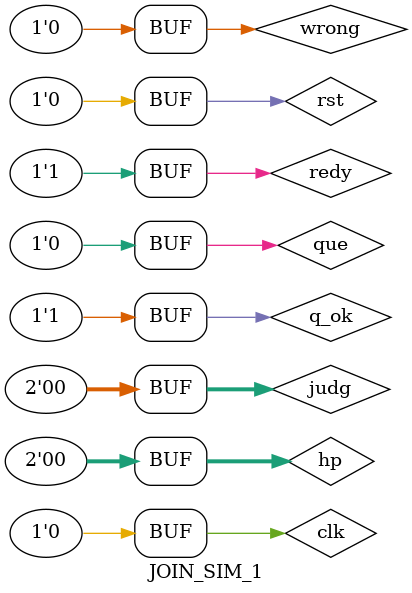
<source format=v>
`timescale 1ns / 100ps

module JOIN_SIM_1();

reg clk, rst, redy, que, wrong, q_ok;
reg [1:0] judg, hp;

wire [23:0] question;


JOIN j0(
//----------------input-----------
    .CLK(clk),
    .RST(rst),
    .READY(redy),
    .JUDG(judg),
    .QUE(que),
    .WRONG(wrong),
    .QUE_OK(q_ok),
    
    .HP(hp),
    
 //----------------output----------   
    .QUESTION(question)
  

);


always begin
        clk = 1;
  #0.8  clk = 0;
  #0.8;
end


initial begin


  rst = 0;
  redy = 0;
  que = 0;
  wrong = 0;
  q_ok = 0;
  judg = 2'b0;
  hp = 2'b0;

#20 redy = 1;
#30 q_ok = 1;

end


endmodule
</source>
